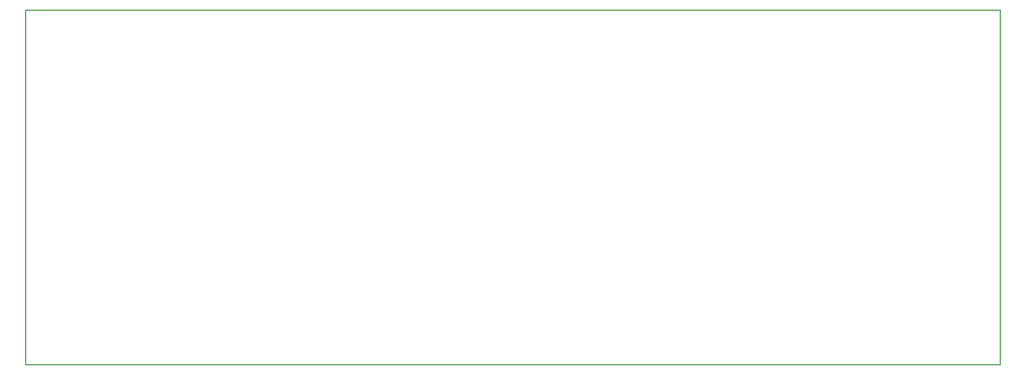
<source format=gbr>
%TF.GenerationSoftware,KiCad,Pcbnew,6.0.0*%
%TF.CreationDate,2021-12-31T10:41:15+01:00*%
%TF.ProjectId,hexPiezoPre,68657850-6965-47a6-9f50-72652e6b6963,rev?*%
%TF.SameCoordinates,PX4fa1be0PY8caabe0*%
%TF.FileFunction,Profile,NP*%
%FSLAX46Y46*%
G04 Gerber Fmt 4.6, Leading zero omitted, Abs format (unit mm)*
G04 Created by KiCad (PCBNEW 6.0.0) date 2021-12-31 10:41:15*
%MOMM*%
%LPD*%
G01*
G04 APERTURE LIST*
%TA.AperFunction,Profile*%
%ADD10C,0.100000*%
%TD*%
G04 APERTURE END LIST*
D10*
X85197229Y31075000D02*
X197229Y31075000D01*
X197229Y75000D02*
X85197229Y75000D01*
X197229Y31075000D02*
X197229Y75000D01*
X85197229Y75000D02*
X85197229Y31075000D01*
M02*

</source>
